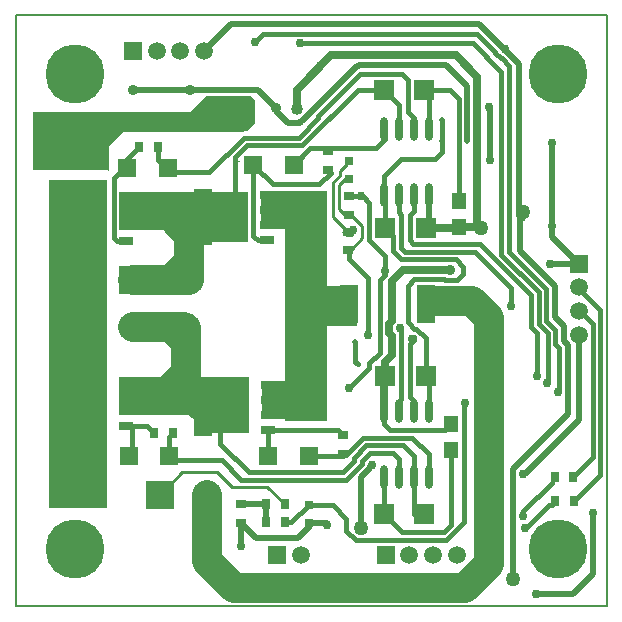
<source format=gbl>
G04*
G04 #@! TF.GenerationSoftware,Altium Limited,Altium Designer,18.1.3 (115)*
G04*
G04 Layer_Physical_Order=2*
G04 Layer_Color=16711680*
%FSLAX25Y25*%
%MOIN*%
G70*
G01*
G75*
%ADD13C,0.01000*%
%ADD15C,0.00800*%
%ADD16C,0.02000*%
%ADD20C,0.00394*%
%ADD67R,0.03000X0.03000*%
%ADD68R,0.07087X0.07087*%
%ADD69R,0.06000X0.06000*%
%ADD78R,0.03150X0.03799*%
%ADD82C,0.05906*%
%ADD91R,0.03799X0.03150*%
%ADD94C,0.01500*%
%ADD96C,0.02500*%
%ADD102R,0.09449X0.09449*%
%ADD103C,0.09449*%
%ADD104R,0.05906X0.05906*%
%ADD105R,0.05906X0.05906*%
%ADD106C,0.19685*%
%ADD107R,0.09449X0.09449*%
%ADD108C,0.03000*%
%ADD109C,0.05000*%
%ADD110C,0.03500*%
%ADD111C,0.04000*%
%ADD112C,0.02000*%
%ADD113R,0.05000X0.05512*%
%ADD114R,0.04528X0.02756*%
%ADD115R,0.05906X0.18504*%
%ADD116R,0.08661X0.16535*%
%ADD117R,0.06100X0.12992*%
%ADD118O,0.02400X0.08000*%
%ADD119C,0.10000*%
%ADD120R,0.70000X0.06000*%
%ADD121R,0.16000X0.13000*%
%ADD122R,0.13500X0.13000*%
%ADD123R,0.42500X0.13000*%
%ADD124R,0.43200X0.13000*%
%ADD125R,0.14000X0.76500*%
%ADD126R,0.20500X0.13500*%
%ADD127R,0.19600X1.09300*%
G36*
X79700Y168300D02*
Y160800D01*
X77200Y158300D01*
X36100D01*
X31000Y153200D01*
Y145000D01*
X30800Y145200D01*
X5799Y145200D01*
X5599Y164700D01*
X58300D01*
X63400Y169800D01*
X78200D01*
X79700Y168300D01*
D02*
G37*
G36*
X53500Y113000D02*
X48500D01*
X53500Y118000D01*
Y113000D01*
D02*
G37*
G36*
X52500Y85000D02*
X47500Y90000D01*
X52500D01*
Y85000D01*
D02*
G37*
G36*
Y76000D02*
X47500D01*
X52500Y81000D01*
Y76000D01*
D02*
G37*
D13*
X112400Y124301D02*
Y125100D01*
X111699Y123600D02*
X112400Y124301D01*
X110599Y124700D02*
X111699Y123600D01*
X109100Y124700D02*
X110200Y123600D01*
X111699D01*
X111799Y130201D02*
X115400Y126600D01*
X111843Y119000D02*
X115400Y122557D01*
Y126600D01*
X108000Y144900D02*
X110200Y147100D01*
X108000Y143424D02*
Y144900D01*
X110500Y118500D02*
X111000Y119000D01*
X110204Y142800D02*
X110300D01*
X107600Y140196D02*
X110204Y142800D01*
X105600Y129699D02*
Y141024D01*
X108000Y143424D01*
X105600Y129699D02*
X110599Y124700D01*
X111000Y119000D02*
X111843D01*
X111000Y147822D02*
Y148100D01*
Y130201D02*
X111799D01*
X109500D02*
X111000D01*
X107600Y132100D02*
X109500Y130201D01*
X107600Y132100D02*
Y140196D01*
X47909Y37000D02*
X55409Y44500D01*
X67000D01*
X72000Y39500D01*
X83799D01*
X89500Y33799D01*
D15*
X196850Y-100D02*
Y196750D01*
X0Y-100D02*
X196850Y-100D01*
X0D02*
Y196750D01*
Y196750D02*
X196850Y196750D01*
D16*
X178600Y153743D02*
X178800Y153943D01*
X192400Y10400D02*
Y30900D01*
X186700Y88900D02*
X187600Y88000D01*
Y61800D02*
Y88000D01*
X169800Y44000D02*
X187600Y61800D01*
X178521Y154221D02*
X178800Y153943D01*
X75000Y20000D02*
Y27500D01*
X178600Y126600D02*
Y153743D01*
Y122848D02*
Y126600D01*
X177900Y113948D02*
X187500D01*
X178600Y122848D02*
X187500Y113948D01*
X168900Y129300D02*
Y131100D01*
X168600Y129000D02*
X168900Y129300D01*
X167900Y129700D02*
X168600Y129000D01*
X154200Y194000D02*
X167600Y180600D01*
X157600Y166000D02*
X158000Y165600D01*
X167900Y129700D02*
Y131000D01*
Y118303D02*
Y129700D01*
X167600Y130000D02*
X167900Y129700D01*
X86500Y165000D02*
Y166000D01*
X80500Y172000D02*
X86500Y166000D01*
X97500Y163889D02*
X113654Y180043D01*
X97500Y163843D02*
Y163889D01*
X95157Y161500D02*
X97500Y163843D01*
X95111Y161500D02*
X95157D01*
X94611Y161000D02*
X95111Y161500D01*
X90500Y161000D02*
X94611D01*
X167900Y118303D02*
X179547Y106656D01*
X182547Y88275D02*
Y93075D01*
X179547Y96074D02*
X182547Y93075D01*
X165500Y45450D02*
X184000Y63950D01*
X182547Y88275D02*
X184000Y86822D01*
Y63950D02*
Y86822D01*
X169000Y44000D02*
X169800D01*
X167600Y130000D02*
Y180600D01*
X157600Y166000D02*
X157800Y166200D01*
X150300Y154900D02*
Y173200D01*
X173400Y3800D02*
X185800D01*
X192400Y10400D01*
X39000Y172000D02*
X58000D01*
X80500D01*
X114464Y180100D02*
X143400D01*
X114407Y180043D02*
X114464Y180100D01*
X113654Y180043D02*
X114407D01*
X158000Y148600D02*
Y165600D01*
X86500Y165000D02*
X90500Y161000D01*
X71622Y194000D02*
X154200D01*
X62622Y185000D02*
X71622Y194000D01*
X143400Y180100D02*
X150300Y173200D01*
X97500Y27500D02*
X103500D01*
X94000Y22500D02*
X98000Y26500D01*
X80000Y22500D02*
X94000D01*
X118000Y46500D02*
X118500Y47000D01*
X118000Y46048D02*
Y46500D01*
X115000Y43048D02*
X118000Y46048D01*
X115000Y26000D02*
Y43048D01*
X165500Y9000D02*
Y45450D01*
X75000Y27500D02*
X80000Y22500D01*
X179547Y96074D02*
Y106656D01*
X75000Y33799D02*
X83201D01*
X83402Y33598D01*
Y27799D02*
Y33598D01*
X137500Y127000D02*
Y137000D01*
D20*
X73400Y147313D02*
Y148887D01*
X72613Y148100D02*
X74187D01*
D67*
X111000Y142100D02*
D03*
Y148100D02*
D03*
X97500Y33500D02*
D03*
Y27500D02*
D03*
D68*
X123000Y76500D02*
D03*
X136500D02*
D03*
X136000Y172000D02*
D03*
X122500D02*
D03*
X136500Y126000D02*
D03*
X123000D02*
D03*
X122500Y30500D02*
D03*
X136000D02*
D03*
D69*
X84000Y50000D02*
D03*
X97500D02*
D03*
X79000Y147000D02*
D03*
X92500D02*
D03*
X37000Y146000D02*
D03*
X50500D02*
D03*
X37500Y50000D02*
D03*
X51000D02*
D03*
D78*
X52299Y57500D02*
D03*
X46000D02*
D03*
X41000Y153000D02*
D03*
X47299D02*
D03*
X83402Y27799D02*
D03*
X89701D02*
D03*
X89500Y33799D02*
D03*
X83201D02*
D03*
X186000Y35000D02*
D03*
X179701D02*
D03*
X185799Y43000D02*
D03*
X179500D02*
D03*
D82*
X187500Y90326D02*
D03*
Y98200D02*
D03*
Y106074D02*
D03*
X95000Y17000D02*
D03*
X131126D02*
D03*
X139000D02*
D03*
X146874D02*
D03*
X46874Y185000D02*
D03*
X54748D02*
D03*
X62622D02*
D03*
D91*
X109000Y50500D02*
D03*
Y56799D02*
D03*
X110599Y118401D02*
D03*
Y124700D02*
D03*
X111000Y136500D02*
D03*
Y130201D02*
D03*
X104000Y145201D02*
D03*
Y151500D02*
D03*
X75000Y33799D02*
D03*
Y27500D02*
D03*
D94*
X142000Y155000D02*
Y162000D01*
X117707Y121732D02*
Y134389D01*
X111000Y118300D02*
Y119000D01*
X176548Y74852D02*
X177200Y75504D01*
X94800Y187400D02*
X152200D01*
X79600Y187800D02*
X82450Y190650D01*
X186800Y106600D02*
X194703Y98697D01*
Y43703D02*
Y98697D01*
X161800Y116978D02*
Y177800D01*
Y116978D02*
X174297Y104481D01*
X164300Y118014D02*
X176797Y105517D01*
X164300Y118014D02*
Y180011D01*
X100750Y163250D02*
X114793Y177293D01*
X100750Y162497D02*
Y163250D01*
X94253Y156000D02*
X100750Y162497D01*
X95464Y153500D02*
X113964Y172000D01*
X82450Y190650D02*
X153661D01*
X113964Y172000D02*
X122500D01*
X117707Y79207D02*
Y80768D01*
X111000Y72500D02*
X117707Y79207D01*
Y80768D02*
X121250Y84311D01*
Y108493D02*
X123000Y110243D01*
X110850Y115450D02*
X117200Y109100D01*
Y90100D02*
Y109100D01*
X110850Y115450D02*
Y118150D01*
X121250Y84311D02*
Y108493D01*
X123000Y110243D02*
Y111500D01*
Y116438D01*
X188300Y97900D02*
X192203Y93997D01*
X179797Y87135D02*
Y91935D01*
X176797Y94935D02*
X179797Y91935D01*
X177200Y75504D02*
Y90997D01*
X174297Y93900D02*
X177200Y90997D01*
X173700Y76600D02*
Y90962D01*
X171797Y92864D02*
X173700Y90962D01*
X179797Y87135D02*
X181100Y85833D01*
Y71800D02*
Y85833D01*
X154743Y120500D02*
X171797Y103445D01*
Y92864D02*
Y103445D01*
X174297Y93900D02*
Y104481D01*
X180500Y71200D02*
X181100Y71800D01*
X176548Y74852D02*
X177100Y74300D01*
X176797Y94935D02*
Y105517D01*
X176548Y74852D02*
X176548D01*
X161861Y182450D02*
X164300Y180011D01*
X152200Y187400D02*
X161800Y177800D01*
X161654Y182450D02*
X161861D01*
X144500Y172000D02*
X147500Y169000D01*
Y135000D02*
Y169000D01*
X153000Y118000D02*
X165000Y106000D01*
Y99800D02*
Y106000D01*
X142000Y151200D02*
Y155000D01*
X139800Y149000D02*
X142000Y151200D01*
X128200Y149000D02*
X139800D01*
X122500Y143300D02*
X128200Y149000D01*
X122500Y137000D02*
Y143300D01*
X132500Y120500D02*
X154743D01*
X129507Y118000D02*
X153000D01*
X159750Y184354D02*
X161654Y182450D01*
X159750Y184354D02*
Y184561D01*
X153661Y190650D02*
X159750Y184561D01*
X117707Y121732D02*
X123000Y116438D01*
X75964Y156000D02*
X94253D01*
X85500Y140500D02*
X101000D01*
X79000Y147000D02*
X85500Y140500D01*
X101000D02*
X104850Y144350D01*
X98000Y152500D02*
X120000D01*
X92500Y147000D02*
X98000Y152500D01*
X77000Y153500D02*
X95464D01*
X104000Y145201D02*
X104850Y144350D01*
X115000Y136500D02*
X115596D01*
X111000D02*
X115000D01*
X114793Y177293D02*
X128707D01*
X113049Y81351D02*
X113900Y80500D01*
X113049Y81351D02*
Y88051D01*
X132096Y89000D02*
X132500Y89404D01*
X132096Y89000D02*
X132500Y88596D01*
X133438Y92254D02*
X136500Y89192D01*
X132725Y92254D02*
X133438D01*
X131250Y93729D02*
X132725Y92254D01*
X115596Y136500D02*
X117707Y134389D01*
X122500Y60500D02*
Y65000D01*
Y60500D02*
X124563Y58438D01*
X142961D01*
X122500Y65000D02*
Y66000D01*
X75000Y42000D02*
X110063D01*
X77500Y44500D02*
X108949D01*
X68500Y48500D02*
X75000Y42000D01*
X52500Y48500D02*
X68500D01*
X110063Y42000D02*
X115250Y47188D01*
X110000Y24990D02*
X113240Y21750D01*
X110000Y24990D02*
Y29000D01*
X105500Y33500D02*
X110000Y29000D01*
X97500Y33500D02*
X105500D01*
X149278Y27742D02*
Y67722D01*
X47299Y148500D02*
X50500Y145299D01*
Y144500D02*
X64464D01*
X75964Y156000D01*
X73041Y149541D02*
X77000Y153500D01*
X91799Y27799D02*
X97500Y33500D01*
X89701Y27799D02*
X91799D01*
X120000Y152500D02*
X123000Y155500D01*
X128293Y68793D02*
Y92207D01*
X136500Y76500D02*
Y89192D01*
X131207Y87303D02*
X132500Y88596D01*
X149000Y110500D02*
Y112990D01*
X147000Y108500D02*
X149000Y110500D01*
X143050Y108500D02*
X147000D01*
X128472Y115500D02*
X146490D01*
X149000Y112990D01*
X142804Y108746D02*
X143050Y108500D01*
X132725Y108746D02*
X142804D01*
X125793Y118178D02*
X128472Y115500D01*
X128293Y119214D02*
X129507Y118000D01*
X132293Y120707D02*
X132500Y120500D01*
X132232Y120707D02*
X132293D01*
X131207Y121732D02*
X132232Y120707D01*
X130500Y106521D02*
X132725Y108746D01*
X130500Y94596D02*
Y106521D01*
Y94596D02*
X131250Y93846D01*
Y93729D02*
Y93846D01*
X128000Y92500D02*
X128293Y92207D01*
X131207Y121732D02*
Y130268D01*
X125793Y118178D02*
Y123207D01*
X123000Y126000D02*
X125793Y123207D01*
X142961Y58438D02*
X145028Y60505D01*
X131207Y69500D02*
Y87303D01*
X128293Y119214D02*
Y130268D01*
X110850Y118150D02*
X111000Y118300D01*
X128707Y177293D02*
X130707Y175293D01*
X73041Y129500D02*
Y149541D01*
X123000Y155500D02*
Y156465D01*
X143286Y21750D02*
X149278Y27742D01*
X113240Y21750D02*
X143286D01*
X177596Y33500D02*
X178500D01*
X170096Y26000D02*
X177596Y33500D01*
X169500Y25404D02*
Y26000D01*
X170096D01*
X169000Y30000D02*
Y31500D01*
X178500Y41000D01*
X192203Y49404D02*
Y93997D01*
X185799Y43000D02*
X192203Y49404D01*
X186000Y35000D02*
X194703Y43703D01*
X128500Y24500D02*
X142500D01*
X122500Y30500D02*
X128500Y24500D01*
X116806Y53438D02*
X129062D01*
X112750Y49382D02*
X116806Y53438D01*
X112750Y48301D02*
Y49382D01*
X108949Y44500D02*
X112750Y48301D01*
X115250Y47188D02*
Y48346D01*
X115770Y55937D02*
X132062D01*
X117841Y50937D02*
X125563D01*
X115250Y48346D02*
X117841Y50937D01*
X110333Y50500D02*
X115770Y55937D01*
X109000Y50500D02*
X110333D01*
X132500Y30500D02*
Y43000D01*
X68000Y54000D02*
Y66000D01*
X50500Y144500D02*
Y145299D01*
X122500Y76000D02*
X123000Y76500D01*
X130707Y164500D02*
Y175293D01*
Y164500D02*
X132500Y162707D01*
Y159000D02*
Y162707D01*
X131207Y69500D02*
X132500Y68207D01*
Y65000D02*
Y68207D01*
X127500Y68000D02*
X128293Y68793D01*
X127500Y65000D02*
Y68000D01*
X149278Y67722D02*
X149500Y67500D01*
X142500Y24500D02*
X145028Y27028D01*
Y51804D01*
X136000Y172000D02*
X137500Y170500D01*
Y159000D02*
Y170500D01*
X127500Y131061D02*
X128293Y130268D01*
X131207D02*
X132500Y131562D01*
Y137000D01*
X127500Y131061D02*
Y137000D01*
X136500Y126000D02*
X137500Y127000D01*
X136000Y172000D02*
X144500D01*
X147201Y126000D02*
X147500Y126299D01*
X136500Y76500D02*
X137500Y75500D01*
Y65000D02*
Y75500D01*
X122500Y172000D02*
X127500Y167000D01*
Y159000D02*
Y167000D01*
X122500Y137000D02*
X123000Y136500D01*
Y126000D02*
Y136500D01*
X122500Y30500D02*
Y43000D01*
X122232Y157000D02*
X122465D01*
X123000Y156465D01*
X137500Y43000D02*
Y50500D01*
X132062Y55937D02*
X137500Y50500D01*
X132500Y43000D02*
Y50000D01*
X129062Y53438D02*
X132500Y50000D01*
X127500Y43000D02*
Y49000D01*
X125563Y50937D02*
X127500Y49000D01*
X97500Y50000D02*
X109000D01*
X47299Y148500D02*
Y153000D01*
X34500Y144500D02*
X37000D01*
Y149000D02*
X41000Y153000D01*
X37000Y146000D02*
Y149000D01*
X107299Y58500D02*
X109000Y56799D01*
X84043Y58500D02*
X107299D01*
X68000Y54000D02*
X77500Y44500D01*
X51000Y50000D02*
X52500Y48500D01*
X51000Y56201D02*
X52299Y57500D01*
X51000Y50000D02*
Y56201D01*
X43500Y60000D02*
X46000Y57500D01*
X38543Y60000D02*
X43500D01*
X79000Y138615D02*
X79122Y138493D01*
Y123378D02*
Y138493D01*
Y123378D02*
X80500Y122000D01*
X79000Y138615D02*
Y146000D01*
X37000D02*
X39000D01*
X84000Y50000D02*
X84043Y50043D01*
Y58500D01*
X38500Y51500D02*
X38543Y51543D01*
Y60000D01*
X80500Y122000D02*
X83770D01*
X32500Y142500D02*
X34500Y144500D01*
X32500Y122500D02*
Y142500D01*
Y122500D02*
X33500Y121500D01*
X36770D01*
D96*
X154701Y126299D02*
X155000Y126000D01*
X93500Y165500D02*
Y172000D01*
X124250Y94053D02*
X125250Y95053D01*
X124250Y90947D02*
Y94053D01*
X153700Y127300D02*
Y176300D01*
X129000Y112000D02*
X144500D01*
X153700Y127300D02*
X154701Y126299D01*
X105000Y183500D02*
X146500D01*
X93500Y172000D02*
X105000Y183500D01*
X146500D02*
X153700Y176300D01*
X122500Y66000D02*
Y76000D01*
X124250Y90947D02*
X125250Y89947D01*
Y83411D02*
Y89947D01*
X147500Y126299D02*
X154701D01*
X125250Y108250D02*
X129000Y112000D01*
X125250Y95053D02*
Y108250D01*
X123000Y76500D02*
Y81161D01*
X125250Y83411D01*
X136500Y126000D02*
X147201D01*
D102*
X39000Y108591D02*
D03*
D103*
Y93000D02*
D03*
X63500Y37000D02*
D03*
D104*
X187500Y113948D02*
D03*
D105*
X87126Y17000D02*
D03*
X123252D02*
D03*
X39000Y185000D02*
D03*
D106*
X180500Y19000D02*
D03*
X19685Y177065D02*
D03*
X180500D02*
D03*
X19685Y19000D02*
D03*
D107*
X47909Y37000D02*
D03*
D108*
X192400Y30900D02*
D03*
X112400Y125100D02*
D03*
X178521Y154221D02*
D03*
X75000Y20000D02*
D03*
X103600Y26800D02*
D03*
X79600Y187800D02*
D03*
X178600Y126600D02*
D03*
X177900Y113948D02*
D03*
X94800Y187400D02*
D03*
X101400Y179900D02*
D03*
X117200Y90100D02*
D03*
X123000Y111500D02*
D03*
X173700Y76600D02*
D03*
X177100Y74300D02*
D03*
X180500Y71200D02*
D03*
X157800Y166200D02*
D03*
X165000Y99800D02*
D03*
X142500Y101500D02*
D03*
X173400Y3800D02*
D03*
X163000Y185700D02*
D03*
X158000Y148600D02*
D03*
X115000Y136500D02*
D03*
X132096Y89000D02*
D03*
X128000Y92500D02*
D03*
X112500Y100000D02*
D03*
X169000Y44000D02*
D03*
X169500Y26000D02*
D03*
X169000Y30000D02*
D03*
X118500Y47000D02*
D03*
X111000Y72500D02*
D03*
X149500Y67500D02*
D03*
D109*
X14800Y47600D02*
D03*
Y35600D02*
D03*
Y41600D02*
D03*
X24600Y53600D02*
D03*
Y47600D02*
D03*
Y35600D02*
D03*
X14800Y53200D02*
D03*
X24600Y41600D02*
D03*
X155000Y126000D02*
D03*
X168900Y131100D02*
D03*
X22000Y149500D02*
D03*
X14000D02*
D03*
Y156000D02*
D03*
X165500Y9000D02*
D03*
X22000Y156000D02*
D03*
X115000Y26000D02*
D03*
D110*
X86500Y166000D02*
D03*
X75500Y166100D02*
D03*
X75600Y161000D02*
D03*
X70900D02*
D03*
X144500Y112000D02*
D03*
X39000Y172000D02*
D03*
X58000D02*
D03*
X65500Y161000D02*
D03*
D111*
X93500Y165500D02*
D03*
D112*
X150300Y154900D02*
D03*
X113049Y88051D02*
D03*
X113900Y80500D02*
D03*
X142000Y155000D02*
D03*
Y162000D02*
D03*
D113*
X145028Y60505D02*
D03*
Y51804D02*
D03*
X147500Y135000D02*
D03*
Y126299D02*
D03*
D114*
X83770Y132000D02*
D03*
Y137000D02*
D03*
Y127000D02*
D03*
Y122000D02*
D03*
X84043Y68500D02*
D03*
Y73500D02*
D03*
Y63500D02*
D03*
Y58500D02*
D03*
X36770Y121500D02*
D03*
Y126500D02*
D03*
Y136500D02*
D03*
Y131500D02*
D03*
Y60000D02*
D03*
Y65000D02*
D03*
Y75000D02*
D03*
Y70000D02*
D03*
D115*
X62214Y129500D02*
D03*
X62488Y66000D02*
D03*
X15214Y129000D02*
D03*
Y67500D02*
D03*
D116*
X73041Y129500D02*
D03*
X67726D02*
D03*
X73315Y66000D02*
D03*
X68000D02*
D03*
X20726Y129000D02*
D03*
X26041D02*
D03*
X20726Y67500D02*
D03*
X26041D02*
D03*
D117*
X136500Y100500D02*
D03*
X111000D02*
D03*
D118*
X127500Y137000D02*
D03*
X132500D02*
D03*
X137500Y43000D02*
D03*
X132500D02*
D03*
X127500D02*
D03*
X122500D02*
D03*
X137500Y65000D02*
D03*
X127500D02*
D03*
X122500D02*
D03*
X132500D02*
D03*
X122500Y159000D02*
D03*
X127500D02*
D03*
X132500D02*
D03*
X137500D02*
D03*
X122500Y137000D02*
D03*
X137500D02*
D03*
D119*
X152000Y101500D02*
X157500Y96000D01*
X142500Y101500D02*
X152000D01*
X140000D02*
X142500D01*
X53591Y127591D02*
X57500Y123681D01*
X63500Y15000D02*
Y37000D01*
Y15000D02*
X72500Y6000D01*
X149500D01*
X39000Y108591D02*
X57500D01*
Y123681D01*
X39000Y93000D02*
X56000D01*
X56500Y71988D02*
Y92500D01*
X149500Y6000D02*
X157500Y14000D01*
Y96000D01*
X68000Y66000D02*
Y67000D01*
X71000D01*
X67000D02*
X68000D01*
X56000Y93000D02*
X56500Y92500D01*
Y71988D02*
X62488Y66000D01*
X67000Y67000D02*
X68000Y66000D01*
X66165Y67835D02*
X67000Y67000D01*
X62214Y129500D02*
X67726D01*
D120*
X41000Y161000D02*
D03*
D121*
X89500Y132000D02*
D03*
D122*
X88750Y68500D02*
D03*
D123*
X55750Y131500D02*
D03*
D124*
X56100Y70000D02*
D03*
D125*
X96500Y99750D02*
D03*
D126*
X103750D02*
D03*
D127*
X20800Y87350D02*
D03*
M02*

</source>
